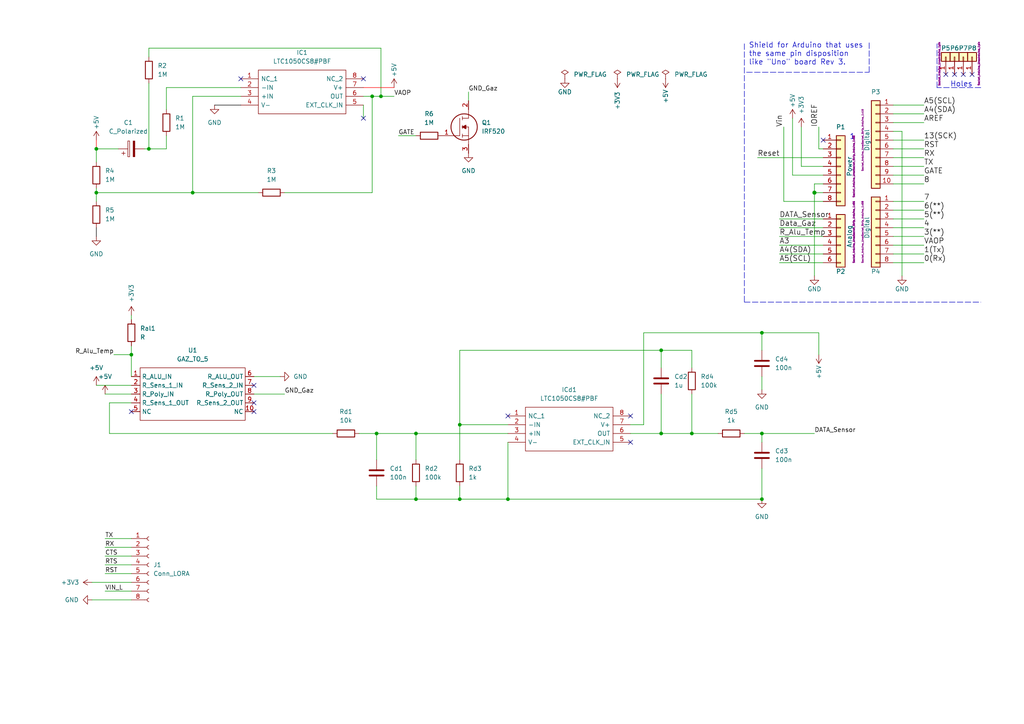
<source format=kicad_sch>
(kicad_sch (version 20210621) (generator eeschema)
  (paper "A4")
  (title_block (title "Projet MOSH") (date "lun. 30 mars 2015") (rev "1.0") (company "INSA ") (comment 1 "KHALED LEON GENEAU ") (comment 2 "wkhaled@insa-toulouse.fr"))
  (lib_symbols
    (symbol "Connector:Conn_01x08_Female" (pin_names (offset 1.016) hide)
      (property "Reference" "J" (at 0 10.16 0))
      (property "Value" "Conn_01x08_Female" (at 0 -12.7 0))
      (symbol "Conn_01x08_Female_1_1"
        (arc (start 0 -9.652) (mid -0.508 -10.16) (end 0 -10.668) (stroke (width 0.1524)))
        (arc (start 0 -7.112) (mid -0.508 -7.62) (end 0 -8.128) (stroke (width 0.1524)))
        (arc (start 0 -4.572) (mid -0.508 -5.08) (end 0 -5.588) (stroke (width 0.1524)))
        (arc (start 0 -2.032) (mid -0.508 -2.54) (end 0 -3.048) (stroke (width 0.1524)))
        (polyline (pts (xy -1.27 -10.16) (xy -0.508 -10.16)) (stroke (width 0.1524)))
        (polyline (pts (xy -1.27 -7.62) (xy -0.508 -7.62)) (stroke (width 0.1524)))
        (polyline (pts (xy -1.27 -5.08) (xy -0.508 -5.08)) (stroke (width 0.1524)))
        (polyline (pts (xy -1.27 -2.54) (xy -0.508 -2.54)) (stroke (width 0.1524)))
        (polyline (pts (xy -1.27 0) (xy -0.508 0)) (stroke (width 0.1524)))
        (polyline (pts (xy -1.27 2.54) (xy -0.508 2.54)) (stroke (width 0.1524)))
        (polyline (pts (xy -1.27 5.08) (xy -0.508 5.08)) (stroke (width 0.1524)))
        (polyline (pts (xy -1.27 7.62) (xy -0.508 7.62)) (stroke (width 0.1524)))
        (arc (start 0 0.508) (mid -0.508 0) (end 0 -0.508) (stroke (width 0.1524)))
        (arc (start 0 3.048) (mid -0.508 2.54) (end 0 2.032) (stroke (width 0.1524)))
        (arc (start 0 5.588) (mid -0.508 5.08) (end 0 4.572) (stroke (width 0.1524)))
        (arc (start 0 8.128) (mid -0.508 7.62) (end 0 7.112) (stroke (width 0.1524)))
        (pin passive line (at -5.08 7.62 0) (length 3.81) (name "Pin_1") (number "1"))
        (pin passive line (at -5.08 5.08 0) (length 3.81) (name "Pin_2") (number "2"))
        (pin passive line (at -5.08 2.54 0) (length 3.81) (name "Pin_3") (number "3"))
        (pin passive line (at -5.08 0 0) (length 3.81) (name "Pin_4") (number "4"))
        (pin passive line (at -5.08 -2.54 0) (length 3.81) (name "Pin_5") (number "5"))
        (pin passive line (at -5.08 -5.08 0) (length 3.81) (name "Pin_6") (number "6"))
        (pin passive line (at -5.08 -7.62 0) (length 3.81) (name "Pin_7") (number "7"))
        (pin passive line (at -5.08 -10.16 0) (length 3.81) (name "Pin_8") (number "8"))
      )
    )
    (symbol "Connector_Generic:Conn_01x01" (pin_names (offset 1.016) hide)
      (property "Reference" "J" (at 0 2.54 0))
      (property "Value" "Conn_01x01" (at 0 -2.54 0))
      (symbol "Conn_01x01_1_1"
        (rectangle (start -1.27 0.127) (end 0 -0.127) (stroke (width 0.1524)))
        (rectangle (start -1.27 1.27) (end 1.27 -1.27) (stroke (width 0.254)) (fill (type background)))
        (pin passive line (at -5.08 0 0) (length 3.81) (name "Pin_1") (number "1"))
      )
    )
    (symbol "Connector_Generic:Conn_01x06" (pin_names (offset 1.016) hide)
      (property "Reference" "J" (at 0 7.62 0))
      (property "Value" "Conn_01x06" (at 0 -10.16 0))
      (symbol "Conn_01x06_1_1"
        (rectangle (start -1.27 -7.493) (end 0 -7.747) (stroke (width 0.1524)))
        (rectangle (start -1.27 -4.953) (end 0 -5.207) (stroke (width 0.1524)))
        (rectangle (start -1.27 -2.413) (end 0 -2.667) (stroke (width 0.1524)))
        (rectangle (start -1.27 0.127) (end 0 -0.127) (stroke (width 0.1524)))
        (rectangle (start -1.27 2.667) (end 0 2.413) (stroke (width 0.1524)))
        (rectangle (start -1.27 5.207) (end 0 4.953) (stroke (width 0.1524)))
        (rectangle (start -1.27 6.35) (end 1.27 -8.89) (stroke (width 0.254)) (fill (type background)))
        (pin passive line (at -5.08 5.08 0) (length 3.81) (name "Pin_1") (number "1"))
        (pin passive line (at -5.08 2.54 0) (length 3.81) (name "Pin_2") (number "2"))
        (pin passive line (at -5.08 0 0) (length 3.81) (name "Pin_3") (number "3"))
        (pin passive line (at -5.08 -2.54 0) (length 3.81) (name "Pin_4") (number "4"))
        (pin passive line (at -5.08 -5.08 0) (length 3.81) (name "Pin_5") (number "5"))
        (pin passive line (at -5.08 -7.62 0) (length 3.81) (name "Pin_6") (number "6"))
      )
    )
    (symbol "Connector_Generic:Conn_01x08" (pin_names (offset 1.016) hide)
      (property "Reference" "J" (at 0 10.16 0))
      (property "Value" "Conn_01x08" (at 0 -12.7 0))
      (symbol "Conn_01x08_1_1"
        (rectangle (start -1.27 -10.033) (end 0 -10.287) (stroke (width 0.1524)))
        (rectangle (start -1.27 -7.493) (end 0 -7.747) (stroke (width 0.1524)))
        (rectangle (start -1.27 -4.953) (end 0 -5.207) (stroke (width 0.1524)))
        (rectangle (start -1.27 -2.413) (end 0 -2.667) (stroke (width 0.1524)))
        (rectangle (start -1.27 0.127) (end 0 -0.127) (stroke (width 0.1524)))
        (rectangle (start -1.27 2.667) (end 0 2.413) (stroke (width 0.1524)))
        (rectangle (start -1.27 5.207) (end 0 4.953) (stroke (width 0.1524)))
        (rectangle (start -1.27 7.747) (end 0 7.493) (stroke (width 0.1524)))
        (rectangle (start -1.27 8.89) (end 1.27 -11.43) (stroke (width 0.254)) (fill (type background)))
        (pin passive line (at -5.08 7.62 0) (length 3.81) (name "Pin_1") (number "1"))
        (pin passive line (at -5.08 5.08 0) (length 3.81) (name "Pin_2") (number "2"))
        (pin passive line (at -5.08 2.54 0) (length 3.81) (name "Pin_3") (number "3"))
        (pin passive line (at -5.08 0 0) (length 3.81) (name "Pin_4") (number "4"))
        (pin passive line (at -5.08 -2.54 0) (length 3.81) (name "Pin_5") (number "5"))
        (pin passive line (at -5.08 -5.08 0) (length 3.81) (name "Pin_6") (number "6"))
        (pin passive line (at -5.08 -7.62 0) (length 3.81) (name "Pin_7") (number "7"))
        (pin passive line (at -5.08 -10.16 0) (length 3.81) (name "Pin_8") (number "8"))
      )
    )
    (symbol "Connector_Generic:Conn_01x10" (pin_names (offset 1.016) hide)
      (property "Reference" "J" (at 0 12.7 0))
      (property "Value" "Conn_01x10" (at 0 -15.24 0))
      (symbol "Conn_01x10_1_1"
        (rectangle (start -1.27 -12.573) (end 0 -12.827) (stroke (width 0.1524)))
        (rectangle (start -1.27 -10.033) (end 0 -10.287) (stroke (width 0.1524)))
        (rectangle (start -1.27 -7.493) (end 0 -7.747) (stroke (width 0.1524)))
        (rectangle (start -1.27 -4.953) (end 0 -5.207) (stroke (width 0.1524)))
        (rectangle (start -1.27 -2.413) (end 0 -2.667) (stroke (width 0.1524)))
        (rectangle (start -1.27 0.127) (end 0 -0.127) (stroke (width 0.1524)))
        (rectangle (start -1.27 2.667) (end 0 2.413) (stroke (width 0.1524)))
        (rectangle (start -1.27 5.207) (end 0 4.953) (stroke (width 0.1524)))
        (rectangle (start -1.27 7.747) (end 0 7.493) (stroke (width 0.1524)))
        (rectangle (start -1.27 10.287) (end 0 10.033) (stroke (width 0.1524)))
        (rectangle (start -1.27 11.43) (end 1.27 -13.97) (stroke (width 0.254)) (fill (type background)))
        (pin passive line (at -5.08 10.16 0) (length 3.81) (name "Pin_1") (number "1"))
        (pin passive line (at -5.08 -12.7 0) (length 3.81) (name "Pin_10") (number "10"))
        (pin passive line (at -5.08 7.62 0) (length 3.81) (name "Pin_2") (number "2"))
        (pin passive line (at -5.08 5.08 0) (length 3.81) (name "Pin_3") (number "3"))
        (pin passive line (at -5.08 2.54 0) (length 3.81) (name "Pin_4") (number "4"))
        (pin passive line (at -5.08 0 0) (length 3.81) (name "Pin_5") (number "5"))
        (pin passive line (at -5.08 -2.54 0) (length 3.81) (name "Pin_6") (number "6"))
        (pin passive line (at -5.08 -5.08 0) (length 3.81) (name "Pin_7") (number "7"))
        (pin passive line (at -5.08 -7.62 0) (length 3.81) (name "Pin_8") (number "8"))
        (pin passive line (at -5.08 -10.16 0) (length 3.81) (name "Pin_9") (number "9"))
      )
    )
    (symbol "Device:C" (pin_numbers hide) (pin_names (offset 0.254))
      (property "Reference" "C" (at 0.635 2.54 0))
      (property "Value" "C" (at 0.635 -2.54 0))
      (symbol "C_0_1"
        (polyline (pts (xy -2.032 -0.762) (xy 2.032 -0.762)) (stroke (width 0.508)))
        (polyline (pts (xy -2.032 0.762) (xy 2.032 0.762)) (stroke (width 0.508)))
      )
      (symbol "C_1_1"
        (pin passive line (at 0 3.81 270) (length 2.794) (name "~") (number "1"))
        (pin passive line (at 0 -3.81 90) (length 2.794) (name "~") (number "2"))
      )
    )
    (symbol "Device:C_Polarized" (pin_numbers hide) (pin_names (offset 0.254))
      (property "Reference" "C" (at 0.635 2.54 0))
      (property "Value" "C_Polarized" (at 0.635 -2.54 0))
      (symbol "C_Polarized_0_1"
        (rectangle (start -2.286 0.508) (end 2.286 1.016))
        (polyline (pts (xy -1.778 2.286) (xy -0.762 2.286)))
        (polyline (pts (xy -1.27 2.794) (xy -1.27 1.778)))
        (rectangle (start 2.286 -0.508) (end -2.286 -1.016) (fill (type outline)))
      )
      (symbol "C_Polarized_1_1"
        (pin passive line (at 0 3.81 270) (length 2.794) (name "~") (number "1"))
        (pin passive line (at 0 -3.81 90) (length 2.794) (name "~") (number "2"))
      )
    )
    (symbol "Device:R" (pin_numbers hide) (pin_names (offset 0))
      (property "Reference" "R" (at 2.032 0 90))
      (property "Value" "R" (at 0 0 90))
      (symbol "R_0_1"
        (rectangle (start -1.016 -2.54) (end 1.016 2.54) (stroke (width 0.254)))
      )
      (symbol "R_1_1"
        (pin passive line (at 0 3.81 270) (length 1.27) (name "~") (number "1"))
        (pin passive line (at 0 -3.81 90) (length 1.27) (name "~") (number "2"))
      )
    )
    (symbol "Gaz_sensor:GAZ_TO_5"
      (property "Reference" "U" (at 0 12.7 0))
      (property "Value" "GAZ_TO_5" (at 0 -7.62 0))
      (symbol "GAZ_TO_5_0_1"
        (rectangle (start -15.24 10.16) (end 15.24 -5.08) (stroke (width 0.1524)))
      )
      (symbol "GAZ_TO_5_1_1"
        (pin input line (at -17.78 7.62 0) (length 2.54) (name "R_ALU_IN") (number "1"))
        (pin input line (at 17.78 -2.54 180) (length 2.54) (name "NC") (number "10"))
        (pin input line (at -17.78 5.08 0) (length 2.54) (name "R_Sens_1_IN") (number "2"))
        (pin input line (at -17.78 2.54 0) (length 2.54) (name "R_Poly_IN") (number "3"))
        (pin input line (at -17.78 0 0) (length 2.54) (name "R_Sens_1_OUT") (number "4"))
        (pin input line (at -17.78 -2.54 0) (length 2.54) (name "NC") (number "5"))
        (pin input line (at 17.78 7.62 180) (length 2.54) (name "R_ALU_OUT") (number "6"))
        (pin input line (at 17.78 5.08 180) (length 2.54) (name "R_Sens_2_IN") (number "7"))
        (pin input line (at 17.78 2.54 180) (length 2.54) (name "R_Poly_OUT") (number "8"))
        (pin input line (at 17.78 0 180) (length 2.54) (name "R_Sens_2_OUT") (number "9"))
      )
    )
    (symbol "IRF520:IRF520" (pin_names (offset 0.762))
      (property "Reference" "Q" (at 11.43 3.81 0))
      (property "Value" "IRF520" (at 11.43 1.27 0))
      (symbol "IRF520_0_0"
        (pin passive line (at 0 0 0) (length 2.54) (name "~") (number "1"))
        (pin passive line (at 7.62 10.16 270) (length 2.54) (name "~") (number "2"))
        (pin passive line (at 7.62 -5.08 90) (length 2.54) (name "~") (number "3"))
      )
      (symbol "IRF520_0_1"
        (polyline (pts (xy 5.842 -0.508) (xy 5.842 0.508)) (stroke (width 0.1524)))
        (polyline (pts (xy 5.842 0) (xy 7.62 0)) (stroke (width 0.1524)))
        (polyline (pts (xy 5.842 2.032) (xy 5.842 3.048)) (stroke (width 0.1524)))
        (polyline (pts (xy 5.842 5.588) (xy 5.842 4.572)) (stroke (width 0.1524)))
        (polyline (pts (xy 7.62 2.54) (xy 5.842 2.54)) (stroke (width 0.1524)))
        (polyline (pts (xy 7.62 2.54) (xy 7.62 -2.54)) (stroke (width 0.1524)))
        (polyline (pts (xy 7.62 5.08) (xy 5.842 5.08)) (stroke (width 0.1524)))
        (polyline (pts (xy 7.62 5.08) (xy 7.62 7.62)) (stroke (width 0.1524)))
        (polyline (pts (xy 2.54 0) (xy 5.08 0) (xy 5.08 5.08)) (stroke (width 0.1524)))
        (polyline (pts (xy 5.842 2.54) (xy 6.858 3.048) (xy 6.858 2.032) (xy 5.842 2.54)) (stroke (width 0.254)) (fill (type outline)))
        (circle (center 6.35 2.54) (radius 3.81) (stroke (width 0.254)))
      )
    )
    (symbol "LTC1050CS8#PBF:LTC1050CS8#PBF" (pin_names (offset 0.762))
      (property "Reference" "IC" (at 31.75 7.62 0))
      (property "Value" "LTC1050CS8#PBF" (at 31.75 5.08 0))
      (symbol "LTC1050CS8#PBF_0_0"
        (pin passive line (at 0 0 0) (length 5.08) (name "NC_1") (number "1"))
        (pin input line (at 0 -2.54 0) (length 5.08) (name "-IN") (number "2"))
        (pin input line (at 0 -5.08 0) (length 5.08) (name "+IN") (number "3"))
        (pin passive line (at 0 -7.62 0) (length 5.08) (name "V-") (number "4"))
        (pin input line (at 35.56 -7.62 180) (length 5.08) (name "EXT_CLK_IN") (number "5"))
        (pin output line (at 35.56 -5.08 180) (length 5.08) (name "OUT") (number "6"))
        (pin passive line (at 35.56 -2.54 180) (length 5.08) (name "V+") (number "7"))
        (pin passive line (at 35.56 0 180) (length 5.08) (name "NC_2") (number "8"))
      )
      (symbol "LTC1050CS8#PBF_0_1"
        (polyline (pts (xy 5.08 2.54) (xy 30.48 2.54) (xy 30.48 -10.16) (xy 5.08 -10.16) (xy 5.08 2.54)) (stroke (width 0.1524)))
      )
    )
    (symbol "power:+3.3V" (power) (pin_names (offset 0))
      (property "Value" "+3.3V" (at 0 3.556 0))
      (symbol "+3.3V_0_1"
        (polyline (pts (xy -0.762 1.27) (xy 0 2.54)))
        (polyline (pts (xy 0 0) (xy 0 2.54)))
        (polyline (pts (xy 0 2.54) (xy 0.762 1.27)))
      )
      (symbol "+3.3V_1_1"
        (pin power_in line (at 0 0 90) (length 0) hide (name "+3V3") (number "1"))
      )
    )
    (symbol "power:+5V" (power) (pin_names (offset 0))
      (property "Value" "+5V" (at 0 3.556 0))
      (symbol "+5V_0_1"
        (polyline (pts (xy -0.762 1.27) (xy 0 2.54)))
        (polyline (pts (xy 0 0) (xy 0 2.54)))
        (polyline (pts (xy 0 2.54) (xy 0.762 1.27)))
      )
      (symbol "+5V_1_1"
        (pin power_in line (at 0 0 90) (length 0) hide (name "+5V") (number "1"))
      )
    )
    (symbol "power:GND" (power) (pin_names (offset 0))
      (property "Value" "GND" (at 0 -3.81 0))
      (symbol "GND_0_1"
        (polyline (pts (xy 0 0) (xy 0 -1.27) (xy 1.27 -1.27) (xy 0 -2.54) (xy -1.27 -1.27) (xy 0 -1.27)))
      )
      (symbol "GND_1_1"
        (pin power_in line (at 0 0 270) (length 0) hide (name "GND") (number "1"))
      )
    )
    (symbol "power:PWR_FLAG" (power) (pin_numbers hide) (pin_names (offset 0) hide)
      (property "Value" "PWR_FLAG" (at 0 3.81 0))
      (symbol "PWR_FLAG_0_0"
        (pin power_out line (at 0 0 90) (length 0) (name "pwr") (number "1"))
      )
      (symbol "PWR_FLAG_0_1"
        (polyline (pts (xy 0 0) (xy 0 1.27) (xy -1.016 1.905) (xy 0 2.54) (xy 1.016 1.905) (xy 0 1.27)))
      )
    )
  )
  (junction (at 220.98 144.78))
  (junction (at 236.22 55.88) (diameter 1.016))
  (junction (at 109.22 125.73))
  (junction (at 147.32 144.78))
  (junction (at 55.88 55.88))
  (junction (at 191.77 125.73))
  (junction (at 133.35 123.19))
  (junction (at 220.98 125.73))
  (junction (at 107.95 27.94))
  (junction (at 200.66 125.73))
  (junction (at 120.65 125.73))
  (junction (at 27.94 55.88))
  (junction (at 27.94 43.18))
  (junction (at 120.65 144.78))
  (junction (at 133.35 144.78))
  (junction (at 220.98 96.52))
  (junction (at 38.1 102.87))
  (junction (at 43.18 43.18))
  (junction (at 110.49 27.94))
  (junction (at 191.77 101.6))
  (no_connect (at 69.85 22.86))
  (no_connect (at 105.41 34.29))
  (no_connect (at 105.41 22.86))
  (no_connect (at 182.88 128.27))
  (no_connect (at 182.88 120.65))
  (no_connect (at 147.32 120.65))
  (no_connect (at 279.4 21.59))
  (no_connect (at 274.32 21.59))
  (no_connect (at 73.66 119.38))
  (no_connect (at 38.1 119.38))
  (no_connect (at 276.86 21.59))
  (no_connect (at 73.66 116.84))
  (no_connect (at 281.94 21.59))
  (no_connect (at 73.66 111.76))
  (no_connect (at 238.76 40.64))
  (wire (pts (xy 133.35 140.97) (xy 133.35 144.78)))
  (wire (pts (xy 238.76 48.26) (xy 232.41 48.26)))
  (wire (pts (xy 38.1 102.87) (xy 38.1 109.22)))
  (wire (pts (xy 38.1 100.33) (xy 38.1 102.87)))
  (wire (pts (xy 238.76 71.12) (xy 226.06 71.12)))
  (polyline (pts (xy 252.095 20.955) (xy 252.095 12.065)) (stroke (width 0) (type dash)))
  (wire (pts (xy 259.08 63.5) (xy 267.97 63.5)))
  (wire (pts (xy 147.32 128.27) (xy 147.32 144.78)))
  (wire (pts (xy 191.77 101.6) (xy 191.77 106.68)))
  (wire (pts (xy 30.48 156.21) (xy 38.1 156.21)))
  (wire (pts (xy 31.75 125.73) (xy 96.52 125.73)))
  (wire (pts (xy 109.22 125.73) (xy 120.65 125.73)))
  (wire (pts (xy 104.14 125.73) (xy 109.22 125.73)))
  (wire (pts (xy 120.65 125.73) (xy 147.32 125.73)))
  (wire (pts (xy 191.77 114.3) (xy 191.77 125.73)))
  (wire (pts (xy 200.66 106.68) (xy 200.66 101.6)))
  (wire (pts (xy 191.77 101.6) (xy 200.66 101.6)))
  (wire (pts (xy 62.23 30.48) (xy 69.85 30.48)) (stroke (width 0) (color 0 0 0 1)))
  (wire (pts (xy 236.22 53.34) (xy 236.22 55.88)))
  (wire (pts (xy 105.41 34.29) (xy 105.41 30.48)))
  (wire (pts (xy 43.18 24.13) (xy 43.18 43.18)))
  (wire (pts (xy 259.08 43.18) (xy 267.97 43.18)))
  (wire (pts (xy 133.35 101.6) (xy 191.77 101.6)))
  (wire (pts (xy 133.35 101.6) (xy 133.35 123.19)))
  (wire (pts (xy 133.35 123.19) (xy 133.35 133.35)))
  (wire (pts (xy 147.32 123.19) (xy 133.35 123.19)))
  (wire (pts (xy 261.62 38.1) (xy 261.62 80.01)))
  (wire (pts (xy 238.76 53.34) (xy 236.22 53.34)))
  (wire (pts (xy 259.08 53.34) (xy 267.97 53.34)))
  (wire (pts (xy 237.49 43.18) (xy 238.76 43.18)))
  (wire (pts (xy 238.76 50.8) (xy 229.87 50.8)))
  (wire (pts (xy 73.66 114.3) (xy 82.55 114.3)))
  (wire (pts (xy 259.08 40.64) (xy 267.97 40.64)))
  (wire (pts (xy 27.94 55.88) (xy 27.94 58.42)))
  (wire (pts (xy 27.94 54.61) (xy 27.94 55.88)))
  (wire (pts (xy 48.26 39.37) (xy 48.26 43.18)))
  (wire (pts (xy 259.08 58.42) (xy 267.97 58.42)))
  (wire (pts (xy 238.76 66.04) (xy 226.06 66.04)))
  (wire (pts (xy 110.49 13.97) (xy 43.18 13.97)))
  (wire (pts (xy 43.18 13.97) (xy 43.18 16.51)))
  (wire (pts (xy 110.49 27.94) (xy 110.49 13.97)))
  (wire (pts (xy 259.08 30.48) (xy 267.97 30.48)))
  (wire (pts (xy 109.22 140.97) (xy 109.22 144.78)))
  (wire (pts (xy 38.1 116.84) (xy 31.75 116.84)))
  (wire (pts (xy 31.75 116.84) (xy 31.75 125.73)))
  (wire (pts (xy 259.08 71.12) (xy 267.97 71.12)))
  (wire (pts (xy 27.94 66.04) (xy 27.94 68.58)) (stroke (width 0) (color 0 0 0 1)))
  (wire (pts (xy 30.48 163.83) (xy 38.1 163.83)))
  (wire (pts (xy 38.1 91.44) (xy 38.1 92.71)))
  (wire (pts (xy 238.76 58.42) (xy 227.33 58.42)))
  (wire (pts (xy 30.48 158.75) (xy 38.1 158.75)))
  (wire (pts (xy 135.89 26.67) (xy 135.89 29.21)))
  (wire (pts (xy 147.32 144.78) (xy 220.98 144.78)))
  (wire (pts (xy 220.98 144.78) (xy 220.98 135.89)))
  (wire (pts (xy 133.35 144.78) (xy 147.32 144.78)))
  (wire (pts (xy 120.65 144.78) (xy 133.35 144.78)))
  (wire (pts (xy 109.22 144.78) (xy 120.65 144.78)))
  (wire (pts (xy 220.98 109.22) (xy 220.98 113.03)))
  (wire (pts (xy 105.41 25.4) (xy 114.3 25.4)) (stroke (width 0) (color 255 0 0 1)))
  (wire (pts (xy 238.76 63.5) (xy 226.06 63.5)))
  (wire (pts (xy 259.08 45.72) (xy 267.97 45.72)))
  (wire (pts (xy 238.76 73.66) (xy 226.06 73.66)))
  (wire (pts (xy 27.94 40.64) (xy 27.94 43.18)) (stroke (width 0) (color 255 0 0 1)))
  (wire (pts (xy 27.94 111.76) (xy 38.1 111.76)))
  (polyline (pts (xy 284.48 25.4) (xy 271.78 25.4)) (stroke (width 0) (type dash)))
  (wire (pts (xy 238.76 45.72) (xy 219.71 45.72)))
  (wire (pts (xy 259.08 38.1) (xy 261.62 38.1)))
  (wire (pts (xy 238.76 55.88) (xy 236.22 55.88)))
  (wire (pts (xy 259.08 50.8) (xy 267.97 50.8)))
  (wire (pts (xy 200.66 125.73) (xy 208.28 125.73)))
  (wire (pts (xy 191.77 125.73) (xy 200.66 125.73)))
  (wire (pts (xy 182.88 125.73) (xy 191.77 125.73)))
  (wire (pts (xy 48.26 25.4) (xy 69.85 25.4)))
  (wire (pts (xy 55.88 27.94) (xy 55.88 55.88)))
  (wire (pts (xy 55.88 55.88) (xy 27.94 55.88)))
  (wire (pts (xy 43.18 43.18) (xy 48.26 43.18)))
  (wire (pts (xy 41.91 43.18) (xy 43.18 43.18)))
  (wire (pts (xy 48.26 25.4) (xy 48.26 31.75)))
  (wire (pts (xy 236.22 55.88) (xy 236.22 80.01)))
  (wire (pts (xy 227.33 58.42) (xy 227.33 36.83)))
  (wire (pts (xy 82.55 55.88) (xy 107.95 55.88)))
  (wire (pts (xy 107.95 55.88) (xy 107.95 27.94)))
  (wire (pts (xy 55.88 55.88) (xy 74.93 55.88)))
  (polyline (pts (xy 215.9 87.63) (xy 284.48 87.63)) (stroke (width 0) (type dash)))
  (wire (pts (xy 259.08 68.58) (xy 267.97 68.58)))
  (wire (pts (xy 220.98 125.73) (xy 236.22 125.73)))
  (wire (pts (xy 220.98 125.73) (xy 220.98 128.27)))
  (wire (pts (xy 215.9 125.73) (xy 220.98 125.73)))
  (wire (pts (xy 30.48 114.3) (xy 38.1 114.3)))
  (wire (pts (xy 238.76 76.2) (xy 226.06 76.2)))
  (wire (pts (xy 55.88 27.94) (xy 69.85 27.94)))
  (wire (pts (xy 30.48 166.37) (xy 38.1 166.37)))
  (wire (pts (xy 259.08 73.66) (xy 267.97 73.66)))
  (polyline (pts (xy 271.78 25.4) (xy 271.78 12.7)) (stroke (width 0) (type dash)))
  (wire (pts (xy 30.48 171.45) (xy 38.1 171.45)))
  (wire (pts (xy 259.08 60.96) (xy 267.97 60.96)))
  (wire (pts (xy 220.98 96.52) (xy 237.49 96.52)))
  (wire (pts (xy 237.49 96.52) (xy 237.49 102.87)))
  (wire (pts (xy 229.87 50.8) (xy 229.87 34.29)))
  (wire (pts (xy 105.41 27.94) (xy 107.95 27.94)))
  (wire (pts (xy 110.49 27.94) (xy 114.3 27.94)))
  (wire (pts (xy 107.95 27.94) (xy 110.49 27.94)))
  (wire (pts (xy 259.08 33.02) (xy 267.97 33.02)))
  (wire (pts (xy 115.57 39.37) (xy 120.65 39.37)))
  (wire (pts (xy 30.48 161.29) (xy 38.1 161.29)))
  (wire (pts (xy 26.67 173.99) (xy 38.1 173.99)))
  (wire (pts (xy 259.08 66.04) (xy 267.97 66.04)))
  (wire (pts (xy 259.08 35.56) (xy 267.97 35.56)))
  (wire (pts (xy 26.67 168.91) (xy 38.1 168.91)))
  (polyline (pts (xy 215.9 12.7) (xy 215.9 87.63)) (stroke (width 0) (type dash)))
  (wire (pts (xy 200.66 114.3) (xy 200.66 125.73)))
  (wire (pts (xy 34.29 43.18) (xy 27.94 43.18)))
  (wire (pts (xy 27.94 43.18) (xy 27.94 46.99)))
  (wire (pts (xy 109.22 125.73) (xy 109.22 133.35)))
  (wire (pts (xy 232.41 48.26) (xy 232.41 36.83)))
  (wire (pts (xy 237.49 36.83) (xy 237.49 43.18)))
  (wire (pts (xy 120.65 140.97) (xy 120.65 144.78)))
  (wire (pts (xy 259.08 76.2) (xy 267.97 76.2)))
  (wire (pts (xy 259.08 48.26) (xy 267.97 48.26)))
  (wire (pts (xy 73.66 109.22) (xy 81.28 109.22)))
  (wire (pts (xy 33.02 102.87) (xy 38.1 102.87)))
  (wire (pts (xy 220.98 96.52) (xy 220.98 101.6)))
  (wire (pts (xy 186.69 96.52) (xy 220.98 96.52)))
  (wire (pts (xy 182.88 123.19) (xy 186.69 123.19)))
  (wire (pts (xy 186.69 123.19) (xy 186.69 96.52)))
  (wire (pts (xy 120.65 125.73) (xy 120.65 133.35)))
  (wire (pts (xy 238.76 68.58) (xy 226.06 68.58)))
  (polyline (pts (xy 216.535 20.955) (xy 252.095 20.955)) (stroke (width 0) (type dash)))
  (text "Holes" (at 275.59 25.4 0) (effects (font (size 1.524 1.524)) (justify left bottom)))
  (text "Shield for Arduino that uses\nthe same pin disposition\nlike \"Uno\" board Rev 3." (at 217.17 19.05 0) (effects (font (size 1.524 1.524)) (justify left bottom)))
  (text "1" (at 246.38 40.64 0) (effects (font (size 1.524 1.524)) (justify left bottom)))
  (label "Vin" (at 227.33 36.83 90) (effects (font (size 1.524 1.524))))
  (label "RST" (at 30.48 166.37 0))
  (label "CTS" (at 30.48 161.29 0))
  (label "0(Rx)" (at 267.97 76.2 0) (effects (font (size 1.524 1.524))))
  (label "A4(SDA)" (at 226.06 73.66 0) (effects (font (size 1.524 1.524))))
  (label "RTS" (at 30.48 163.83 0))
  (label "DATA_Sensor" (at 236.22 125.73 0))
  (label "GND_Gaz" (at 135.89 26.67 0))
  (label "R_Alu_Temp" (at 33.02 102.87 180))
  (label "VIN_L" (at 30.48 171.45 0))
  (label "4" (at 267.97 66.04 0) (effects (font (size 1.524 1.524))))
  (label "5(**)" (at 267.97 63.5 0) (effects (font (size 1.524 1.524))))
  (label "R_Alu_Temp" (at 226.06 68.58 0) (effects (font (size 1.524 1.524))))
  (label "A5(SCL)" (at 226.06 76.2 0) (effects (font (size 1.524 1.524))))
  (label "DATA_Sensor" (at 226.06 63.5 0) (effects (font (size 1.524 1.524))))
  (label "GND_Gaz" (at 82.55 114.3 0))
  (label "TX" (at 30.48 156.21 0))
  (label "Data_Gaz" (at 226.06 66.04 0) (effects (font (size 1.524 1.524))))
  (label "TX" (at 267.97 48.26 0) (effects (font (size 1.524 1.524))))
  (label "GATE" (at 115.57 39.37 0))
  (label "13(SCK)" (at 267.97 40.64 0) (effects (font (size 1.524 1.524))))
  (label "RX" (at 30.48 158.75 0))
  (label "7" (at 267.97 58.42 0) (effects (font (size 1.524 1.524))))
  (label "A4(SDA)" (at 267.97 33.02 0) (effects (font (size 1.524 1.524))))
  (label "A3" (at 226.06 71.12 0) (effects (font (size 1.524 1.524))))
  (label "Reset" (at 219.71 45.72 0) (effects (font (size 1.524 1.524))))
  (label "VAOP" (at 267.97 71.12 0) (effects (font (size 1.524 1.524))))
  (label "RST" (at 267.97 43.18 0) (effects (font (size 1.524 1.524))))
  (label "3(**)" (at 267.97 68.58 0) (effects (font (size 1.524 1.524))))
  (label "GATE" (at 267.97 50.8 0) (effects (font (size 1.524 1.524))))
  (label "8" (at 267.97 53.34 0) (effects (font (size 1.524 1.524))))
  (label "A5(SCL)" (at 267.97 30.48 0) (effects (font (size 1.524 1.524))))
  (label "IOREF" (at 237.49 36.83 90) (effects (font (size 1.524 1.524))))
  (label "AREF" (at 267.97 35.56 0) (effects (font (size 1.524 1.524))))
  (label "VAOP" (at 114.3 27.94 0))
  (label "RX" (at 267.97 45.72 0) (effects (font (size 1.524 1.524))))
  (label "1(Tx)" (at 267.97 73.66 0) (effects (font (size 1.524 1.524))))
  (label "6(**)" (at 267.97 60.96 0) (effects (font (size 1.524 1.524))))
  (symbol (lib_id "Connector_Generic:Conn_01x08") (at 243.84 48.26 0) (unit 1)
    (property "Reference" "P1" (at 243.84 36.83 0))
    (property "Value" "Power" (at 246.38 48.26 90))
    (property "Footprint" "Socket_Arduino_Uno:Socket_Strip_Arduino_1x08" (at 247.65 48.26 90) (effects (font (size 0.508 0.508))))
  )
  (symbol (lib_id "power:+3.3V") (at 232.41 36.83 0) (unit 1)
    (property "Reference" "#PWR01" (effects hide))
    (property "Value" "+3.3V" (at 232.41 30.48 90))
  )
  (symbol (lib_id "power:+5V") (at 229.87 34.29 0) (unit 1)
    (property "Reference" "#PWR02" (effects hide))
    (property "Value" "+5V" (at 229.87 29.21 90))
  )
  (symbol (lib_id "power:GND") (at 236.22 80.01 0) (unit 1)
    (property "Reference" "#PWR03" (effects hide))
    (property "Value" "GND" (at 236.22 83.82 0))
  )
  (symbol (lib_id "power:GND") (at 261.62 80.01 0) (unit 1)
    (property "Reference" "#PWR04" (effects hide))
    (property "Value" "GND" (at 261.62 83.82 0))
  )
  (symbol (lib_id "Connector_Generic:Conn_01x06") (at 243.84 68.58 0) (unit 1)
    (property "Reference" "P2" (at 243.84 78.74 0))
    (property "Value" "Analog" (at 246.38 68.58 90))
    (property "Footprint" "Socket_Arduino_Uno:Socket_Strip_Arduino_1x06" (at 247.65 67.31 90) (effects (font (size 0.508 0.508))))
  )
  (symbol (lib_id "Connector_Generic:Conn_01x01") (at 274.32 16.51 90) (unit 1)
    (property "Reference" "P5" (at 274.32 13.97 90))
    (property "Value" "CONN_01X01" (effects hide))
    (property "Footprint" "Socket_Arduino_Uno:Arduino_1pin" (at 272.4404 18.5166 0) (effects (font (size 0.508 0.508))))
  )
  (symbol (lib_id "Connector_Generic:Conn_01x01") (at 276.86 16.51 90) (unit 1)
    (property "Reference" "P6" (at 276.86 13.97 90))
    (property "Value" "CONN_01X01" (effects hide))
    (property "Footprint" "Socket_Arduino_Uno:Arduino_1pin" (effects hide))
  )
  (symbol (lib_id "Connector_Generic:Conn_01x01") (at 279.4 16.51 90) (unit 1)
    (property "Reference" "P7" (at 279.4 13.97 90))
    (property "Value" "CONN_01X01" (effects hide))
    (property "Footprint" "Socket_Arduino_Uno:Arduino_1pin" (effects hide))
  )
  (symbol (lib_id "Connector_Generic:Conn_01x01") (at 281.94 16.51 90) (unit 1)
    (property "Reference" "P8" (at 281.94 13.97 90))
    (property "Value" "CONN_01X01" (effects hide))
    (property "Footprint" "Socket_Arduino_Uno:Arduino_1pin" (at 283.9212 18.4404 0) (effects (font (size 0.508 0.508))))
  )
  (symbol (lib_id "Connector_Generic:Conn_01x08") (at 254 66.04 0) (mirror y) (unit 1)
    (property "Reference" "P4" (at 254 78.74 0))
    (property "Value" "Digital" (at 251.46 66.04 90))
    (property "Footprint" "Socket_Arduino_Uno:Socket_Strip_Arduino_1x08" (at 250.19 67.31 90) (effects (font (size 0.508 0.508))))
  )
  (symbol (lib_id "Connector_Generic:Conn_01x10") (at 254 40.64 0) (mirror y) (unit 1)
    (property "Reference" "P3" (at 254 26.67 0))
    (property "Value" "Digital" (at 251.46 40.64 90))
    (property "Footprint" "Socket_Arduino_Uno:Socket_Strip_Arduino_1x10" (at 250.19 40.64 90) (effects (font (size 0.508 0.508))))
  )
  (symbol (lib_id "power:+3.3V") (at 179.07 22.86 180) (unit 1)
    (property "Reference" "#PWR0110" (effects hide))
    (property "Value" "+3.3V" (at 179.07 29.21 90))
  )
  (symbol (lib_id "Device:R") (at 27.94 50.8 0) (unit 1)
    (property "Reference" "R4" (at 30.48 49.5299 0) (effects (justify left)))
    (property "Value" "1M" (at 30.48 52.0699 0) (effects (justify left)))
    (property "Footprint" "Resistor_THT:R_Axial_DIN0204_L3.6mm_D1.6mm_P5.08mm_Horizontal" (effects hide))
  )
  (symbol (lib_id "Device:R") (at 48.26 35.56 0) (unit 1)
    (property "Reference" "R1" (at 50.8 34.2899 0) (effects (justify left)))
    (property "Value" "1M" (at 50.8 36.8299 0) (effects (justify left)))
    (property "Footprint" "Resistor_THT:R_Axial_DIN0204_L3.6mm_D1.6mm_P5.08mm_Horizontal" (effects hide))
  )
  (symbol (lib_id "LTC1050CS8#PBF:LTC1050CS8#PBF") (at 147.32 120.65 0) (unit 1)
    (property "Reference" "ICd1" (at 165.1 113.03 0))
    (property "Value" "LTC1050CS8#PBF" (at 165.1 115.57 0))
    (property "Footprint" "ltc 1050:PDIP-8_N" (effects hide))
    (property "Datasheet" "https://datasheet.datasheetarchive.com/originals/distributors/SFDatasheet-4/sf-00091265.pdf" (effects hide))
    (property "Description" "LTC1050CS8#PBF, Precision Operational Amplifier Chopper Stabilized 2.5MHz 5 to 15V, 8-Pin SOIC" (effects hide))
    (property "Height" "1.752" (effects hide))
    (property "Manufacturer_Name" "Linear Technology" (effects hide))
    (property "Manufacturer_Part_Number" "LTC1050CS8#PBF" (effects hide))
    (property "Mouser Part Number" "584-LTC1050CS8#PBF" (effects hide))
    (property "Mouser Price/Stock" "https://www.mouser.co.uk/ProductDetail/Analog-Devices-Linear-Technology/LTC1050CS8PBF?qs=hVkxg5c3xu%252BiDb7%2F2aZHtQ%3D%3D" (effects hide))
    (property "Arrow Part Number" "LTC1050CS8#PBF" (effects hide))
    (property "Arrow Price/Stock" "https://www.arrow.com/en/products/ltc1050cs8pbf/linear-technology" (effects hide))
  )
  (symbol (lib_id "Device:C") (at 191.77 110.49 0) (unit 1)
    (property "Reference" "Cd2" (at 195.58 109.2199 0) (effects (justify left)))
    (property "Value" "1u" (at 195.58 111.7599 0) (effects (justify left)))
    (property "Footprint" "Capacitor_THT:C_Radial_D4.0mm_H5.0mm_P1.50mm" (effects hide))
  )
  (symbol (lib_id "Device:R") (at 43.18 20.32 0) (unit 1)
    (property "Reference" "R2" (at 45.72 19.0499 0) (effects (justify left)))
    (property "Value" "1M" (at 45.72 21.5899 0) (effects (justify left)))
    (property "Footprint" "Resistor_THT:R_Axial_DIN0204_L3.6mm_D1.6mm_P5.08mm_Horizontal" (effects hide))
  )
  (symbol (lib_id "Device:R") (at 100.33 125.73 90) (unit 1)
    (property "Reference" "Rd1" (at 100.33 119.38 90))
    (property "Value" "10k" (at 100.33 121.92 90))
    (property "Footprint" "Resistor_THT:R_Axial_DIN0204_L3.6mm_D1.6mm_P5.08mm_Horizontal" (effects hide))
  )
  (symbol (lib_id "Device:R") (at 120.65 137.16 0) (unit 1)
    (property "Reference" "Rd2" (at 123.19 135.8899 0) (effects (justify left)))
    (property "Value" "100k" (at 123.19 138.4299 0) (effects (justify left)))
    (property "Footprint" "Resistor_THT:R_Axial_DIN0204_L3.6mm_D1.6mm_P5.08mm_Horizontal" (effects hide))
  )
  (symbol (lib_id "Gaz_sensor:GAZ_TO_5") (at 55.88 116.84 0) (unit 1)
    (property "Reference" "U1" (at 55.88 101.6 0))
    (property "Value" "GAZ_TO_5" (at 55.88 104.14 0))
    (property "Footprint" "GAZ_foot_print:GAZ_TO-5" (effects hide))
  )
  (symbol (lib_id "LTC1050CS8#PBF:LTC1050CS8#PBF") (at 69.85 22.86 0) (unit 1)
    (property "Reference" "IC1" (at 87.63 15.24 0))
    (property "Value" "LTC1050CS8#PBF" (at 87.63 17.78 0))
    (property "Footprint" "ltc 1050:PDIP-8_N" (effects hide))
    (property "Datasheet" "https://datasheet.datasheetarchive.com/originals/distributors/SFDatasheet-4/sf-00091265.pdf" (effects hide))
    (property "Description" "LTC1050CS8#PBF, Precision Operational Amplifier Chopper Stabilized 2.5MHz 5 to 15V, 8-Pin SOIC" (effects hide))
    (property "Height" "1.752" (effects hide))
    (property "Manufacturer_Name" "Linear Technology" (effects hide))
    (property "Manufacturer_Part_Number" "LTC1050CS8#PBF" (effects hide))
    (property "Mouser Part Number" "584-LTC1050CS8#PBF" (effects hide))
    (property "Mouser Price/Stock" "https://www.mouser.co.uk/ProductDetail/Analog-Devices-Linear-Technology/LTC1050CS8PBF?qs=hVkxg5c3xu%252BiDb7%2F2aZHtQ%3D%3D" (effects hide))
    (property "Arrow Part Number" "LTC1050CS8#PBF" (effects hide))
    (property "Arrow Price/Stock" "https://www.arrow.com/en/products/ltc1050cs8pbf/linear-technology" (effects hide))
  )
  (symbol (lib_id "Device:C_Polarized") (at 38.1 43.18 90) (unit 1)
    (property "Reference" "C1" (at 37.211 35.56 90))
    (property "Value" "C_Polarized" (at 37.211 38.1 90))
    (property "Footprint" "Capacitor_THT:CP_Radial_D4.0mm_P2.00mm" (effects hide))
  )
  (symbol (lib_id "Device:R") (at 27.94 62.23 0) (unit 1)
    (property "Reference" "R5" (at 30.48 60.9599 0) (effects (justify left)))
    (property "Value" "1M" (at 30.48 63.4999 0) (effects (justify left)))
    (property "Footprint" "Resistor_THT:R_Axial_DIN0204_L3.6mm_D1.6mm_P5.08mm_Horizontal" (effects hide))
  )
  (symbol (lib_id "power:PWR_FLAG") (at 193.04 22.86 0) (unit 1)
    (property "Reference" "#FLG0101" (effects hide))
    (property "Value" "PWR_FLAG" (at 195.58 21.5899 0) (effects (justify left)))
  )
  (symbol (lib_id "power:+3.3V") (at 38.1 91.44 0) (unit 1)
    (property "Reference" "#PWR0112" (effects hide))
    (property "Value" "+3.3V" (at 38.1 85.09 90))
  )
  (symbol (lib_id "IRF520:IRF520") (at 128.27 39.37 0) (unit 1)
    (property "Reference" "Q1" (at 139.7 35.5599 0) (effects (justify left)))
    (property "Value" "IRF520" (at 139.7 38.0999 0) (effects (justify left)))
    (property "Footprint" "KiCadIRF:TO254P465X1024X2050-3P" (effects hide))
    (property "Datasheet" "https://eu.mouser.com/datasheet/2/389/stmicroelectronics_cd00000698-1204495.pdf" (effects hide))
    (property "Description" "MOSFET N-Ch 100 Volt 10 Amp" (effects hide))
    (property "Height" "4.6" (effects hide))
    (property "Manufacturer_Name" "STMicroelectronics" (effects hide))
    (property "Manufacturer_Part_Number" "IRF520" (effects hide))
    (property "Mouser Part Number" "511-IRF520" (effects hide))
    (property "Mouser Price/Stock" "https://www.mouser.co.uk/ProductDetail/STMicroelectronics/IRF520?qs=%2FcnINApUglMqLk371v6AuA%3D%3D" (effects hide))
  )
  (symbol (lib_id "power:PWR_FLAG") (at 163.83 22.86 0) (unit 1)
    (property "Reference" "#FLG0103" (effects hide))
    (property "Value" "PWR_FLAG" (at 166.37 21.5899 0) (effects (justify left)))
  )
  (symbol (lib_id "power:GND") (at 135.89 44.45 0) (unit 1)
    (property "Reference" "#PWR0104" (effects hide))
    (property "Value" "GND" (at 135.89 49.53 0))
  )
  (symbol (lib_id "Connector:Conn_01x08_Female") (at 43.18 163.83 0) (unit 1)
    (property "Reference" "J1" (at 44.45 163.8299 0) (effects (justify left)))
    (property "Value" "Conn_LORA" (at 44.45 166.3699 0) (effects (justify left)))
    (property "Footprint" "Connector_PinSocket_2.54mm:PinSocket_1x08_P2.54mm_Vertical" (effects hide))
  )
  (symbol (lib_id "power:+5V") (at 27.94 111.76 0) (unit 1)
    (property "Reference" "#PWR0108" (effects hide))
    (property "Value" "+5V" (at 27.94 106.68 0))
  )
  (symbol (lib_id "power:GND") (at 163.83 22.86 0) (unit 1)
    (property "Reference" "#PWR0111" (effects hide))
    (property "Value" "GND" (at 163.83 26.67 0))
  )
  (symbol (lib_id "power:GND") (at 27.94 68.58 0) (unit 1)
    (property "Reference" "#PWR0105" (effects hide))
    (property "Value" "GND" (at 27.94 73.66 0))
  )
  (symbol (lib_id "Device:R") (at 124.46 39.37 90) (unit 1)
    (property "Reference" "R6" (at 124.46 33.02 90))
    (property "Value" "1M" (at 124.46 35.56 90))
    (property "Footprint" "Resistor_THT:R_Axial_DIN0204_L3.6mm_D1.6mm_P5.08mm_Horizontal" (effects hide))
  )
  (symbol (lib_id "Device:R") (at 133.35 137.16 0) (unit 1)
    (property "Reference" "Rd3" (at 135.89 135.8899 0) (effects (justify left)))
    (property "Value" "1k" (at 135.89 138.4299 0) (effects (justify left)))
    (property "Footprint" "Resistor_THT:R_Axial_DIN0204_L3.6mm_D1.6mm_P5.08mm_Horizontal" (effects hide))
  )
  (symbol (lib_id "power:+3.3V") (at 26.67 168.91 90) (unit 1)
    (property "Reference" "#PWR0116" (effects hide))
    (property "Value" "+3.3V" (at 20.32 168.91 90))
  )
  (symbol (lib_id "power:GND") (at 81.28 109.22 90) (unit 1)
    (property "Reference" "#PWR0114" (effects hide))
    (property "Value" "GND" (at 85.09 109.2199 90) (effects (justify right)))
  )
  (symbol (lib_id "Device:C") (at 220.98 132.08 0) (unit 1)
    (property "Reference" "Cd3" (at 224.79 130.8099 0) (effects (justify left)))
    (property "Value" "100n" (at 224.79 133.3499 0) (effects (justify left)))
    (property "Footprint" "Capacitor_THT:C_Radial_D4.0mm_H5.0mm_P1.50mm" (effects hide))
  )
  (symbol (lib_id "power:GND") (at 220.98 144.78 0) (unit 1)
    (property "Reference" "#PWR0103" (effects hide))
    (property "Value" "GND" (at 220.98 149.86 0))
  )
  (symbol (lib_id "Device:R") (at 212.09 125.73 90) (unit 1)
    (property "Reference" "Rd5" (at 212.09 119.38 90))
    (property "Value" "1k" (at 212.09 121.92 90))
    (property "Footprint" "Resistor_THT:R_Axial_DIN0204_L3.6mm_D1.6mm_P5.08mm_Horizontal" (effects hide))
  )
  (symbol (lib_id "power:GND") (at 62.23 30.48 0) (unit 1)
    (property "Reference" "#PWR0106" (effects hide))
    (property "Value" "GND" (at 62.23 35.56 0))
  )
  (symbol (lib_id "power:GND") (at 26.67 173.99 270) (unit 1)
    (property "Reference" "#PWR0115" (effects hide))
    (property "Value" "GND" (at 22.86 173.9899 90) (effects (justify right)))
  )
  (symbol (lib_id "Device:C") (at 220.98 105.41 0) (unit 1)
    (property "Reference" "Cd4" (at 224.79 104.1399 0) (effects (justify left)))
    (property "Value" "100n" (at 224.79 106.6799 0) (effects (justify left)))
    (property "Footprint" "Capacitor_THT:C_Radial_D4.0mm_H5.0mm_P1.50mm" (effects hide))
  )
  (symbol (lib_id "power:PWR_FLAG") (at 179.07 22.86 0) (unit 1)
    (property "Reference" "#FLG0102" (effects hide))
    (property "Value" "PWR_FLAG" (at 181.61 21.5899 0) (effects (justify left)))
  )
  (symbol (lib_id "power:+5V") (at 237.49 102.87 180) (unit 1)
    (property "Reference" "#PWR0101" (effects hide))
    (property "Value" "+5V" (at 237.49 107.95 90))
  )
  (symbol (lib_id "Device:R") (at 78.74 55.88 90) (unit 1)
    (property "Reference" "R3" (at 78.74 49.53 90))
    (property "Value" "1M" (at 78.74 52.07 90))
    (property "Footprint" "Resistor_THT:R_Axial_DIN0204_L3.6mm_D1.6mm_P5.08mm_Horizontal" (effects hide))
  )
  (symbol (lib_id "power:+5V") (at 114.3 25.4 0) (unit 1)
    (property "Reference" "#PWR05" (effects hide))
    (property "Value" "+5V" (at 114.3 20.32 90))
  )
  (symbol (lib_id "power:+5V") (at 193.04 22.86 180) (unit 1)
    (property "Reference" "#PWR0109" (effects hide))
    (property "Value" "+5V" (at 193.04 27.94 90))
  )
  (symbol (lib_id "power:+5V") (at 30.48 114.3 0) (unit 1)
    (property "Reference" "#PWR0113" (effects hide))
    (property "Value" "+5V" (at 30.48 109.22 0))
  )
  (symbol (lib_id "Device:R") (at 200.66 110.49 0) (unit 1)
    (property "Reference" "Rd4" (at 203.2 109.2199 0) (effects (justify left)))
    (property "Value" "100k" (at 203.2 111.7599 0) (effects (justify left)))
    (property "Footprint" "Resistor_THT:R_Axial_DIN0204_L3.6mm_D1.6mm_P5.08mm_Horizontal" (effects hide))
  )
  (symbol (lib_id "power:GND") (at 220.98 113.03 0) (unit 1)
    (property "Reference" "#PWR0102" (effects hide))
    (property "Value" "GND" (at 220.98 118.11 0))
  )
  (symbol (lib_id "power:+5V") (at 27.94 40.64 0) (unit 1)
    (property "Reference" "#PWR0107" (effects hide))
    (property "Value" "+5V" (at 27.94 35.56 90))
  )
  (symbol (lib_id "Device:R") (at 38.1 96.52 0) (unit 1)
    (property "Reference" "Ral1" (at 40.64 95.2499 0) (effects (justify left)))
    (property "Value" "R" (at 40.64 97.7899 0) (effects (justify left)))
    (property "Footprint" "Resistor_THT:R_Axial_DIN0204_L3.6mm_D1.6mm_P5.08mm_Horizontal" (effects hide))
  )
  (symbol (lib_id "Device:C") (at 109.22 137.16 0) (unit 1)
    (property "Reference" "Cd1" (at 113.03 135.8899 0) (effects (justify left)))
    (property "Value" "100n" (at 113.03 138.4299 0) (effects (justify left)))
    (property "Footprint" "Capacitor_THT:C_Radial_D4.0mm_H5.0mm_P1.50mm" (effects hide))
  )
)
</source>
